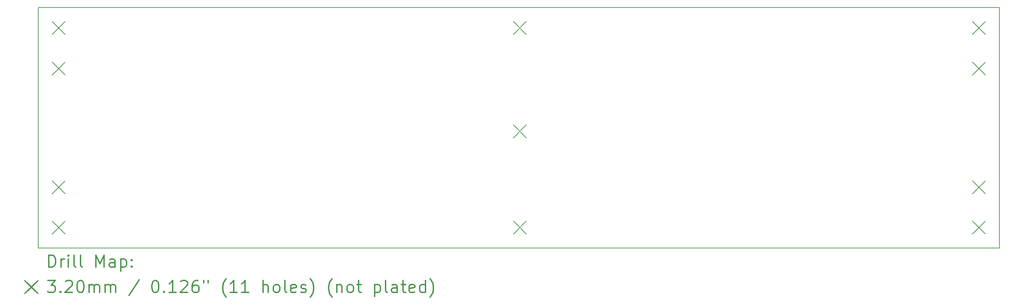
<source format=gbr>
%FSLAX45Y45*%
G04 Gerber Fmt 4.5, Leading zero omitted, Abs format (unit mm)*
G04 Created by KiCad (PCBNEW 4.0.5+dfsg1-4) date Sat Mar 27 19:54:40 2021*
%MOMM*%
%LPD*%
G01*
G04 APERTURE LIST*
%ADD10C,0.127000*%
%ADD11C,0.150000*%
%ADD12C,0.200000*%
%ADD13C,0.300000*%
G04 APERTURE END LIST*
D10*
D11*
X2692400Y-6781800D02*
X3708400Y-6781800D01*
X2692400Y-12750800D02*
X2692400Y-6781800D01*
X3708400Y-12750800D02*
X2692400Y-12750800D01*
X26543000Y-12750800D02*
X25514300Y-12750800D01*
X26543000Y-6781800D02*
X26543000Y-12750800D01*
X25527000Y-6781800D02*
X26543000Y-6781800D01*
X3708400Y-12750800D02*
X25527000Y-12750800D01*
X25527000Y-6781800D02*
X3708400Y-6781800D01*
D12*
X3040400Y-7129800D02*
X3360400Y-7449800D01*
X3360400Y-7129800D02*
X3040400Y-7449800D01*
X3040400Y-8133100D02*
X3360400Y-8453100D01*
X3360400Y-8133100D02*
X3040400Y-8453100D01*
X3040400Y-11079500D02*
X3360400Y-11399500D01*
X3360400Y-11079500D02*
X3040400Y-11399500D01*
X3040400Y-12082800D02*
X3360400Y-12402800D01*
X3360400Y-12082800D02*
X3040400Y-12402800D01*
X14483100Y-7129800D02*
X14803100Y-7449800D01*
X14803100Y-7129800D02*
X14483100Y-7449800D01*
X14483100Y-9695200D02*
X14803100Y-10015200D01*
X14803100Y-9695200D02*
X14483100Y-10015200D01*
X14483100Y-12082800D02*
X14803100Y-12402800D01*
X14803100Y-12082800D02*
X14483100Y-12402800D01*
X25875000Y-7129800D02*
X26195000Y-7449800D01*
X26195000Y-7129800D02*
X25875000Y-7449800D01*
X25875000Y-8133100D02*
X26195000Y-8453100D01*
X26195000Y-8133100D02*
X25875000Y-8453100D01*
X25875000Y-11079500D02*
X26195000Y-11399500D01*
X26195000Y-11079500D02*
X25875000Y-11399500D01*
X25875000Y-12082800D02*
X26195000Y-12402800D01*
X26195000Y-12082800D02*
X25875000Y-12402800D01*
D13*
X2956328Y-13224014D02*
X2956328Y-12924014D01*
X3027757Y-12924014D01*
X3070614Y-12938300D01*
X3099186Y-12966871D01*
X3113471Y-12995443D01*
X3127757Y-13052586D01*
X3127757Y-13095443D01*
X3113471Y-13152586D01*
X3099186Y-13181157D01*
X3070614Y-13209729D01*
X3027757Y-13224014D01*
X2956328Y-13224014D01*
X3256328Y-13224014D02*
X3256328Y-13024014D01*
X3256328Y-13081157D02*
X3270614Y-13052586D01*
X3284900Y-13038300D01*
X3313471Y-13024014D01*
X3342043Y-13024014D01*
X3442043Y-13224014D02*
X3442043Y-13024014D01*
X3442043Y-12924014D02*
X3427757Y-12938300D01*
X3442043Y-12952586D01*
X3456328Y-12938300D01*
X3442043Y-12924014D01*
X3442043Y-12952586D01*
X3627757Y-13224014D02*
X3599186Y-13209729D01*
X3584900Y-13181157D01*
X3584900Y-12924014D01*
X3784900Y-13224014D02*
X3756328Y-13209729D01*
X3742043Y-13181157D01*
X3742043Y-12924014D01*
X4127757Y-13224014D02*
X4127757Y-12924014D01*
X4227757Y-13138300D01*
X4327757Y-12924014D01*
X4327757Y-13224014D01*
X4599186Y-13224014D02*
X4599186Y-13066871D01*
X4584900Y-13038300D01*
X4556329Y-13024014D01*
X4499186Y-13024014D01*
X4470614Y-13038300D01*
X4599186Y-13209729D02*
X4570614Y-13224014D01*
X4499186Y-13224014D01*
X4470614Y-13209729D01*
X4456329Y-13181157D01*
X4456329Y-13152586D01*
X4470614Y-13124014D01*
X4499186Y-13109729D01*
X4570614Y-13109729D01*
X4599186Y-13095443D01*
X4742043Y-13024014D02*
X4742043Y-13324014D01*
X4742043Y-13038300D02*
X4770614Y-13024014D01*
X4827757Y-13024014D01*
X4856329Y-13038300D01*
X4870614Y-13052586D01*
X4884900Y-13081157D01*
X4884900Y-13166871D01*
X4870614Y-13195443D01*
X4856329Y-13209729D01*
X4827757Y-13224014D01*
X4770614Y-13224014D01*
X4742043Y-13209729D01*
X5013471Y-13195443D02*
X5027757Y-13209729D01*
X5013471Y-13224014D01*
X4999186Y-13209729D01*
X5013471Y-13195443D01*
X5013471Y-13224014D01*
X5013471Y-13038300D02*
X5027757Y-13052586D01*
X5013471Y-13066871D01*
X4999186Y-13052586D01*
X5013471Y-13038300D01*
X5013471Y-13066871D01*
X2364900Y-13558300D02*
X2684900Y-13878300D01*
X2684900Y-13558300D02*
X2364900Y-13878300D01*
X2927757Y-13554014D02*
X3113471Y-13554014D01*
X3013471Y-13668300D01*
X3056328Y-13668300D01*
X3084900Y-13682586D01*
X3099186Y-13696871D01*
X3113471Y-13725443D01*
X3113471Y-13796871D01*
X3099186Y-13825443D01*
X3084900Y-13839729D01*
X3056328Y-13854014D01*
X2970614Y-13854014D01*
X2942043Y-13839729D01*
X2927757Y-13825443D01*
X3242043Y-13825443D02*
X3256328Y-13839729D01*
X3242043Y-13854014D01*
X3227757Y-13839729D01*
X3242043Y-13825443D01*
X3242043Y-13854014D01*
X3370614Y-13582586D02*
X3384900Y-13568300D01*
X3413471Y-13554014D01*
X3484900Y-13554014D01*
X3513471Y-13568300D01*
X3527757Y-13582586D01*
X3542043Y-13611157D01*
X3542043Y-13639729D01*
X3527757Y-13682586D01*
X3356328Y-13854014D01*
X3542043Y-13854014D01*
X3727757Y-13554014D02*
X3756328Y-13554014D01*
X3784900Y-13568300D01*
X3799186Y-13582586D01*
X3813471Y-13611157D01*
X3827757Y-13668300D01*
X3827757Y-13739729D01*
X3813471Y-13796871D01*
X3799186Y-13825443D01*
X3784900Y-13839729D01*
X3756328Y-13854014D01*
X3727757Y-13854014D01*
X3699186Y-13839729D01*
X3684900Y-13825443D01*
X3670614Y-13796871D01*
X3656328Y-13739729D01*
X3656328Y-13668300D01*
X3670614Y-13611157D01*
X3684900Y-13582586D01*
X3699186Y-13568300D01*
X3727757Y-13554014D01*
X3956328Y-13854014D02*
X3956328Y-13654014D01*
X3956328Y-13682586D02*
X3970614Y-13668300D01*
X3999186Y-13654014D01*
X4042043Y-13654014D01*
X4070614Y-13668300D01*
X4084900Y-13696871D01*
X4084900Y-13854014D01*
X4084900Y-13696871D02*
X4099186Y-13668300D01*
X4127757Y-13654014D01*
X4170614Y-13654014D01*
X4199186Y-13668300D01*
X4213471Y-13696871D01*
X4213471Y-13854014D01*
X4356329Y-13854014D02*
X4356329Y-13654014D01*
X4356329Y-13682586D02*
X4370614Y-13668300D01*
X4399186Y-13654014D01*
X4442043Y-13654014D01*
X4470614Y-13668300D01*
X4484900Y-13696871D01*
X4484900Y-13854014D01*
X4484900Y-13696871D02*
X4499186Y-13668300D01*
X4527757Y-13654014D01*
X4570614Y-13654014D01*
X4599186Y-13668300D01*
X4613471Y-13696871D01*
X4613471Y-13854014D01*
X5199186Y-13539729D02*
X4942043Y-13925443D01*
X5584900Y-13554014D02*
X5613471Y-13554014D01*
X5642043Y-13568300D01*
X5656328Y-13582586D01*
X5670614Y-13611157D01*
X5684900Y-13668300D01*
X5684900Y-13739729D01*
X5670614Y-13796871D01*
X5656328Y-13825443D01*
X5642043Y-13839729D01*
X5613471Y-13854014D01*
X5584900Y-13854014D01*
X5556328Y-13839729D01*
X5542043Y-13825443D01*
X5527757Y-13796871D01*
X5513471Y-13739729D01*
X5513471Y-13668300D01*
X5527757Y-13611157D01*
X5542043Y-13582586D01*
X5556328Y-13568300D01*
X5584900Y-13554014D01*
X5813471Y-13825443D02*
X5827757Y-13839729D01*
X5813471Y-13854014D01*
X5799186Y-13839729D01*
X5813471Y-13825443D01*
X5813471Y-13854014D01*
X6113471Y-13854014D02*
X5942043Y-13854014D01*
X6027757Y-13854014D02*
X6027757Y-13554014D01*
X5999185Y-13596871D01*
X5970614Y-13625443D01*
X5942043Y-13639729D01*
X6227757Y-13582586D02*
X6242043Y-13568300D01*
X6270614Y-13554014D01*
X6342043Y-13554014D01*
X6370614Y-13568300D01*
X6384900Y-13582586D01*
X6399185Y-13611157D01*
X6399185Y-13639729D01*
X6384900Y-13682586D01*
X6213471Y-13854014D01*
X6399185Y-13854014D01*
X6656328Y-13554014D02*
X6599185Y-13554014D01*
X6570614Y-13568300D01*
X6556328Y-13582586D01*
X6527757Y-13625443D01*
X6513471Y-13682586D01*
X6513471Y-13796871D01*
X6527757Y-13825443D01*
X6542043Y-13839729D01*
X6570614Y-13854014D01*
X6627757Y-13854014D01*
X6656328Y-13839729D01*
X6670614Y-13825443D01*
X6684900Y-13796871D01*
X6684900Y-13725443D01*
X6670614Y-13696871D01*
X6656328Y-13682586D01*
X6627757Y-13668300D01*
X6570614Y-13668300D01*
X6542043Y-13682586D01*
X6527757Y-13696871D01*
X6513471Y-13725443D01*
X6799186Y-13554014D02*
X6799186Y-13611157D01*
X6913471Y-13554014D02*
X6913471Y-13611157D01*
X7356328Y-13968300D02*
X7342043Y-13954014D01*
X7313471Y-13911157D01*
X7299185Y-13882586D01*
X7284900Y-13839729D01*
X7270614Y-13768300D01*
X7270614Y-13711157D01*
X7284900Y-13639729D01*
X7299185Y-13596871D01*
X7313471Y-13568300D01*
X7342043Y-13525443D01*
X7356328Y-13511157D01*
X7627757Y-13854014D02*
X7456328Y-13854014D01*
X7542043Y-13854014D02*
X7542043Y-13554014D01*
X7513471Y-13596871D01*
X7484900Y-13625443D01*
X7456328Y-13639729D01*
X7913471Y-13854014D02*
X7742043Y-13854014D01*
X7827757Y-13854014D02*
X7827757Y-13554014D01*
X7799185Y-13596871D01*
X7770614Y-13625443D01*
X7742043Y-13639729D01*
X8270614Y-13854014D02*
X8270614Y-13554014D01*
X8399186Y-13854014D02*
X8399186Y-13696871D01*
X8384900Y-13668300D01*
X8356328Y-13654014D01*
X8313471Y-13654014D01*
X8284900Y-13668300D01*
X8270614Y-13682586D01*
X8584900Y-13854014D02*
X8556328Y-13839729D01*
X8542043Y-13825443D01*
X8527757Y-13796871D01*
X8527757Y-13711157D01*
X8542043Y-13682586D01*
X8556328Y-13668300D01*
X8584900Y-13654014D01*
X8627757Y-13654014D01*
X8656328Y-13668300D01*
X8670614Y-13682586D01*
X8684900Y-13711157D01*
X8684900Y-13796871D01*
X8670614Y-13825443D01*
X8656328Y-13839729D01*
X8627757Y-13854014D01*
X8584900Y-13854014D01*
X8856328Y-13854014D02*
X8827757Y-13839729D01*
X8813471Y-13811157D01*
X8813471Y-13554014D01*
X9084900Y-13839729D02*
X9056329Y-13854014D01*
X8999186Y-13854014D01*
X8970614Y-13839729D01*
X8956329Y-13811157D01*
X8956329Y-13696871D01*
X8970614Y-13668300D01*
X8999186Y-13654014D01*
X9056329Y-13654014D01*
X9084900Y-13668300D01*
X9099186Y-13696871D01*
X9099186Y-13725443D01*
X8956329Y-13754014D01*
X9213471Y-13839729D02*
X9242043Y-13854014D01*
X9299186Y-13854014D01*
X9327757Y-13839729D01*
X9342043Y-13811157D01*
X9342043Y-13796871D01*
X9327757Y-13768300D01*
X9299186Y-13754014D01*
X9256329Y-13754014D01*
X9227757Y-13739729D01*
X9213471Y-13711157D01*
X9213471Y-13696871D01*
X9227757Y-13668300D01*
X9256329Y-13654014D01*
X9299186Y-13654014D01*
X9327757Y-13668300D01*
X9442043Y-13968300D02*
X9456329Y-13954014D01*
X9484900Y-13911157D01*
X9499186Y-13882586D01*
X9513471Y-13839729D01*
X9527757Y-13768300D01*
X9527757Y-13711157D01*
X9513471Y-13639729D01*
X9499186Y-13596871D01*
X9484900Y-13568300D01*
X9456329Y-13525443D01*
X9442043Y-13511157D01*
X9984900Y-13968300D02*
X9970614Y-13954014D01*
X9942043Y-13911157D01*
X9927757Y-13882586D01*
X9913471Y-13839729D01*
X9899186Y-13768300D01*
X9899186Y-13711157D01*
X9913471Y-13639729D01*
X9927757Y-13596871D01*
X9942043Y-13568300D01*
X9970614Y-13525443D01*
X9984900Y-13511157D01*
X10099186Y-13654014D02*
X10099186Y-13854014D01*
X10099186Y-13682586D02*
X10113471Y-13668300D01*
X10142043Y-13654014D01*
X10184900Y-13654014D01*
X10213471Y-13668300D01*
X10227757Y-13696871D01*
X10227757Y-13854014D01*
X10413471Y-13854014D02*
X10384900Y-13839729D01*
X10370614Y-13825443D01*
X10356329Y-13796871D01*
X10356329Y-13711157D01*
X10370614Y-13682586D01*
X10384900Y-13668300D01*
X10413471Y-13654014D01*
X10456329Y-13654014D01*
X10484900Y-13668300D01*
X10499186Y-13682586D01*
X10513471Y-13711157D01*
X10513471Y-13796871D01*
X10499186Y-13825443D01*
X10484900Y-13839729D01*
X10456329Y-13854014D01*
X10413471Y-13854014D01*
X10599186Y-13654014D02*
X10713471Y-13654014D01*
X10642043Y-13554014D02*
X10642043Y-13811157D01*
X10656329Y-13839729D01*
X10684900Y-13854014D01*
X10713471Y-13854014D01*
X11042043Y-13654014D02*
X11042043Y-13954014D01*
X11042043Y-13668300D02*
X11070614Y-13654014D01*
X11127757Y-13654014D01*
X11156329Y-13668300D01*
X11170614Y-13682586D01*
X11184900Y-13711157D01*
X11184900Y-13796871D01*
X11170614Y-13825443D01*
X11156329Y-13839729D01*
X11127757Y-13854014D01*
X11070614Y-13854014D01*
X11042043Y-13839729D01*
X11356328Y-13854014D02*
X11327757Y-13839729D01*
X11313471Y-13811157D01*
X11313471Y-13554014D01*
X11599186Y-13854014D02*
X11599186Y-13696871D01*
X11584900Y-13668300D01*
X11556329Y-13654014D01*
X11499186Y-13654014D01*
X11470614Y-13668300D01*
X11599186Y-13839729D02*
X11570614Y-13854014D01*
X11499186Y-13854014D01*
X11470614Y-13839729D01*
X11456329Y-13811157D01*
X11456329Y-13782586D01*
X11470614Y-13754014D01*
X11499186Y-13739729D01*
X11570614Y-13739729D01*
X11599186Y-13725443D01*
X11699186Y-13654014D02*
X11813471Y-13654014D01*
X11742043Y-13554014D02*
X11742043Y-13811157D01*
X11756329Y-13839729D01*
X11784900Y-13854014D01*
X11813471Y-13854014D01*
X12027757Y-13839729D02*
X11999186Y-13854014D01*
X11942043Y-13854014D01*
X11913471Y-13839729D01*
X11899186Y-13811157D01*
X11899186Y-13696871D01*
X11913471Y-13668300D01*
X11942043Y-13654014D01*
X11999186Y-13654014D01*
X12027757Y-13668300D01*
X12042043Y-13696871D01*
X12042043Y-13725443D01*
X11899186Y-13754014D01*
X12299186Y-13854014D02*
X12299186Y-13554014D01*
X12299186Y-13839729D02*
X12270614Y-13854014D01*
X12213471Y-13854014D01*
X12184900Y-13839729D01*
X12170614Y-13825443D01*
X12156329Y-13796871D01*
X12156329Y-13711157D01*
X12170614Y-13682586D01*
X12184900Y-13668300D01*
X12213471Y-13654014D01*
X12270614Y-13654014D01*
X12299186Y-13668300D01*
X12413471Y-13968300D02*
X12427757Y-13954014D01*
X12456329Y-13911157D01*
X12470614Y-13882586D01*
X12484900Y-13839729D01*
X12499186Y-13768300D01*
X12499186Y-13711157D01*
X12484900Y-13639729D01*
X12470614Y-13596871D01*
X12456329Y-13568300D01*
X12427757Y-13525443D01*
X12413471Y-13511157D01*
M02*

</source>
